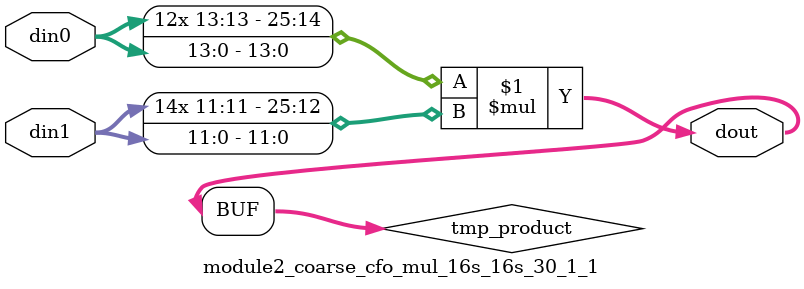
<source format=v>

`timescale 1 ns / 1 ps

 module module2_coarse_cfo_mul_16s_16s_30_1_1(din0, din1, dout);
parameter ID = 1;
parameter NUM_STAGE = 0;
parameter din0_WIDTH = 14;
parameter din1_WIDTH = 12;
parameter dout_WIDTH = 26;

input [din0_WIDTH - 1 : 0] din0; 
input [din1_WIDTH - 1 : 0] din1; 
output [dout_WIDTH - 1 : 0] dout;

wire signed [dout_WIDTH - 1 : 0] tmp_product;



























assign tmp_product = $signed(din0) * $signed(din1);








assign dout = tmp_product;





















endmodule

</source>
